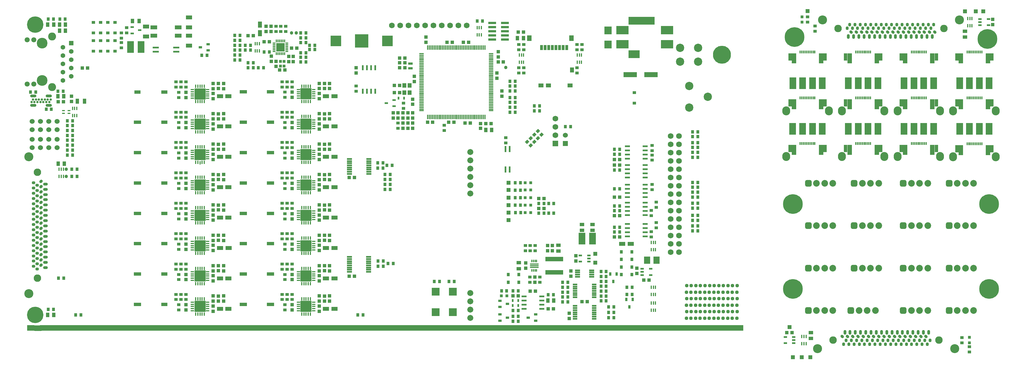
<source format=gts>
G04*
G04 #@! TF.GenerationSoftware,Altium Limited,Altium Designer,24.8.2 (39)*
G04*
G04 Layer_Color=8388736*
%FSLAX25Y25*%
%MOIN*%
G70*
G04*
G04 #@! TF.SameCoordinates,C1053C66-5238-42FC-9F49-9D65F9AD5EA5*
G04*
G04*
G04 #@! TF.FilePolarity,Negative*
G04*
G01*
G75*
%ADD30R,0.05315X0.01378*%
%ADD31R,0.01378X0.05315*%
%ADD92R,8.46333X0.07076*%
%ADD93R,0.08571X0.06977*%
%ADD94R,0.08571X0.07076*%
%ADD95R,0.03268X0.03661*%
%ADD96R,0.03465X0.01299*%
%ADD97R,0.01299X0.03465*%
%ADD98R,0.10354X0.10354*%
%ADD99R,0.07992X0.13898*%
%ADD100R,0.03661X0.04055*%
%ADD101R,0.04646X0.05630*%
%ADD102R,0.03858X0.04055*%
%ADD103R,0.04055X0.03661*%
%ADD104R,0.21772X0.05827*%
%ADD105O,0.01299X0.03465*%
%ADD106O,0.10945X0.01299*%
%ADD107R,0.06221X0.02480*%
%ADD108R,0.06024X0.01890*%
%ADD109C,0.04055*%
%ADD110R,0.09567X0.03032*%
%ADD111R,0.04449X0.02480*%
%ADD112R,0.09764X0.09370*%
%ADD113R,0.05039X0.07205*%
%ADD114R,0.05118X0.05118*%
%ADD115R,0.03858X0.05630*%
%ADD116R,0.03858X0.03858*%
%ADD117R,0.04055X0.03858*%
%ADD118R,0.04252X0.05630*%
%ADD119R,0.04370X0.03740*%
%ADD120R,0.03661X0.01693*%
%ADD121R,0.07402X0.02480*%
%ADD122R,0.08583X0.09173*%
%ADD123R,0.07992X0.04842*%
%ADD124R,0.03268X0.03268*%
%ADD125R,0.04252X0.02480*%
%ADD126R,0.04252X0.02677*%
%ADD127R,0.01693X0.03858*%
%ADD128R,0.05630X0.03071*%
%ADD129R,0.07205X0.05039*%
%ADD130R,0.07205X0.04646*%
%ADD131R,0.12618X0.12618*%
%ADD132R,0.15866X0.15866*%
%ADD133R,0.04055X0.06024*%
%ADD134R,0.04646X0.06024*%
%ADD135R,0.06024X0.04646*%
%ADD136R,0.05630X0.06811*%
%ADD137R,0.03268X0.06024*%
%ADD138R,0.04055X0.03858*%
%ADD139R,0.07992X0.13898*%
%ADD140R,0.05630X0.04252*%
%ADD141R,0.05827X0.01890*%
%ADD142R,0.16457X0.06417*%
%ADD143R,0.02480X0.03268*%
%ADD144R,0.03740X0.04370*%
%ADD145R,0.13504X0.09173*%
%ADD146R,0.15079X0.09961*%
%ADD147R,0.31221X0.09173*%
%ADD148R,0.02677X0.04252*%
%ADD149R,0.07205X0.08976*%
%ADD150R,0.04055X0.03465*%
%ADD151R,0.07205X0.04449*%
%ADD152R,0.08583X0.04449*%
%ADD153R,0.13307X0.13307*%
%ADD154O,0.04252X0.01496*%
%ADD155O,0.01496X0.04252*%
%ADD156R,0.02480X0.06417*%
%ADD157R,0.02480X0.07402*%
%ADD158R,0.03268X0.03268*%
%ADD159R,0.05118X0.05118*%
%ADD160R,0.04449X0.08780*%
%ADD161R,0.05236X0.12126*%
%ADD162R,0.01299X0.03268*%
G04:AMPARAMS|DCode=163|XSize=36.61mil|YSize=40.55mil|CornerRadius=0mil|HoleSize=0mil|Usage=FLASHONLY|Rotation=135.000|XOffset=0mil|YOffset=0mil|HoleType=Round|Shape=Rectangle|*
%AMROTATEDRECTD163*
4,1,4,0.02728,0.00139,-0.00139,-0.02728,-0.02728,-0.00139,0.00139,0.02728,0.02728,0.00139,0.0*
%
%ADD163ROTATEDRECTD163*%

%ADD164R,0.03858X0.03858*%
%ADD165R,0.03465X0.04055*%
%ADD166R,0.03858X0.04055*%
%ADD167C,0.04449*%
%ADD168C,0.12913*%
%ADD169C,0.06102*%
%ADD170C,0.09567*%
%ADD171R,0.05630X0.05630*%
%ADD172C,0.05630*%
%ADD173C,0.02874*%
%ADD174O,0.07598X0.03661*%
%ADD175C,0.19803*%
%ADD176C,0.09961*%
%ADD177C,0.21654*%
%ADD178C,0.07992*%
G04:AMPARAMS|DCode=179|XSize=79.92mil|YSize=79.92mil|CornerRadius=20.28mil|HoleSize=0mil|Usage=FLASHONLY|Rotation=0.000|XOffset=0mil|YOffset=0mil|HoleType=Round|Shape=RoundedRectangle|*
%AMROUNDEDRECTD179*
21,1,0.07992,0.03937,0,0,0.0*
21,1,0.03937,0.07992,0,0,0.0*
1,1,0.04055,0.01968,-0.01968*
1,1,0.04055,-0.01968,-0.01968*
1,1,0.04055,-0.01968,0.01968*
1,1,0.04055,0.01968,0.01968*
%
%ADD179ROUNDEDRECTD179*%
%ADD180C,0.06811*%
%ADD181C,0.06024*%
%ADD182C,0.07205*%
%ADD183R,0.06811X0.06811*%
%ADD184R,0.06024X0.06024*%
%ADD185O,0.03661X0.04449*%
G04:AMPARAMS|DCode=186|XSize=36.61mil|YSize=44.49mil|CornerRadius=0mil|HoleSize=0mil|Usage=FLASHONLY|Rotation=225.000|XOffset=0mil|YOffset=0mil|HoleType=Round|Shape=Round|*
%AMOVALD186*
21,1,0.00787,0.03661,0.00000,0.00000,315.0*
1,1,0.03661,-0.00278,0.00278*
1,1,0.03661,0.00278,-0.00278*
%
%ADD186OVALD186*%

%ADD187O,0.03661X0.05630*%
%ADD188C,0.08976*%
%ADD189C,0.10827*%
%ADD190C,0.23740*%
%ADD191O,0.05630X0.03661*%
G04:AMPARAMS|DCode=192|XSize=36.61mil|YSize=44.49mil|CornerRadius=0mil|HoleSize=0mil|Usage=FLASHONLY|Rotation=315.000|XOffset=0mil|YOffset=0mil|HoleType=Round|Shape=Round|*
%AMOVALD192*
21,1,0.00787,0.03661,0.00000,0.00000,45.0*
1,1,0.03661,-0.00278,-0.00278*
1,1,0.03661,0.00278,0.00278*
%
%ADD192OVALD192*%

%ADD193O,0.04449X0.03661*%
%ADD194O,0.09567X0.10748*%
D30*
X464783Y314961D02*
D03*
Y312992D02*
D03*
Y311024D02*
D03*
Y309055D02*
D03*
Y307087D02*
D03*
Y305118D02*
D03*
Y303150D02*
D03*
Y301181D02*
D03*
Y299213D02*
D03*
Y297244D02*
D03*
Y295276D02*
D03*
Y293307D02*
D03*
Y291339D02*
D03*
Y289370D02*
D03*
Y287402D02*
D03*
Y285433D02*
D03*
Y283465D02*
D03*
Y281496D02*
D03*
Y279528D02*
D03*
Y277559D02*
D03*
Y275591D02*
D03*
Y273622D02*
D03*
Y271654D02*
D03*
Y269685D02*
D03*
Y267717D02*
D03*
Y265748D02*
D03*
Y263779D02*
D03*
Y261811D02*
D03*
Y259842D02*
D03*
Y257874D02*
D03*
Y255906D02*
D03*
Y253937D02*
D03*
Y251969D02*
D03*
Y250000D02*
D03*
Y248031D02*
D03*
Y246063D02*
D03*
X548445D02*
D03*
Y248031D02*
D03*
Y250000D02*
D03*
Y251969D02*
D03*
Y253937D02*
D03*
Y255906D02*
D03*
Y257874D02*
D03*
Y259842D02*
D03*
Y261811D02*
D03*
Y263779D02*
D03*
Y265748D02*
D03*
Y267717D02*
D03*
Y269685D02*
D03*
Y271654D02*
D03*
Y273622D02*
D03*
Y275591D02*
D03*
Y277559D02*
D03*
Y279528D02*
D03*
Y281496D02*
D03*
Y283465D02*
D03*
Y285433D02*
D03*
Y287402D02*
D03*
Y289370D02*
D03*
Y291339D02*
D03*
Y293307D02*
D03*
Y295276D02*
D03*
Y297244D02*
D03*
Y299213D02*
D03*
Y301181D02*
D03*
Y303150D02*
D03*
Y305118D02*
D03*
Y307087D02*
D03*
Y309055D02*
D03*
Y311024D02*
D03*
Y312992D02*
D03*
Y314961D02*
D03*
D31*
X472165Y238681D02*
D03*
X474134D02*
D03*
X476102D02*
D03*
X478071D02*
D03*
X480039D02*
D03*
X482008D02*
D03*
X483976D02*
D03*
X485945D02*
D03*
X487913D02*
D03*
X489882D02*
D03*
X491850D02*
D03*
X493819D02*
D03*
X495787D02*
D03*
X497756D02*
D03*
X499724D02*
D03*
X501693D02*
D03*
X503661D02*
D03*
X505630D02*
D03*
X507598D02*
D03*
X509567D02*
D03*
X511535D02*
D03*
X513504D02*
D03*
X515472D02*
D03*
X517441D02*
D03*
X519409D02*
D03*
X521378D02*
D03*
X523346D02*
D03*
X525315D02*
D03*
X527283D02*
D03*
X529252D02*
D03*
X531220D02*
D03*
X533189D02*
D03*
X535157D02*
D03*
X537126D02*
D03*
X539094D02*
D03*
X541063D02*
D03*
Y322342D02*
D03*
X539094D02*
D03*
X537126D02*
D03*
X535157D02*
D03*
X533189D02*
D03*
X531220D02*
D03*
X529252D02*
D03*
X527283D02*
D03*
X525315D02*
D03*
X523346D02*
D03*
X521378D02*
D03*
X519409D02*
D03*
X517441D02*
D03*
X515472D02*
D03*
X513504D02*
D03*
X511535D02*
D03*
X509567D02*
D03*
X507598D02*
D03*
X505630D02*
D03*
X503661D02*
D03*
X501693D02*
D03*
X499724D02*
D03*
X497756D02*
D03*
X495787D02*
D03*
X493819D02*
D03*
X491850D02*
D03*
X489882D02*
D03*
X487913D02*
D03*
X485945D02*
D03*
X483976D02*
D03*
X482008D02*
D03*
X480039D02*
D03*
X478071D02*
D03*
X476102D02*
D03*
X474134D02*
D03*
X472165D02*
D03*
D92*
X428867Y-15939D02*
D03*
D93*
X3490Y-15989D02*
D03*
D94*
X-5081Y-15939D02*
D03*
D95*
X295079Y305512D02*
D03*
Y300000D02*
D03*
X299410Y305512D02*
D03*
Y300000D02*
D03*
D96*
X287520Y317717D02*
D03*
Y319685D02*
D03*
Y321654D02*
D03*
Y323622D02*
D03*
Y325590D02*
D03*
Y327559D02*
D03*
X302874D02*
D03*
Y325590D02*
D03*
Y323622D02*
D03*
Y321654D02*
D03*
Y319685D02*
D03*
Y317717D02*
D03*
D97*
X290276Y330315D02*
D03*
X292244D02*
D03*
X294213Y330315D02*
D03*
X296181D02*
D03*
X298150D02*
D03*
X300118D02*
D03*
Y314961D02*
D03*
X298150D02*
D03*
X296181D02*
D03*
X294213D02*
D03*
X292244D02*
D03*
X290276D02*
D03*
D98*
X295197Y322638D02*
D03*
D99*
X1001890Y279331D02*
D03*
X1013701D02*
D03*
X990079D02*
D03*
X978268D02*
D03*
X1045197D02*
D03*
X911339D02*
D03*
X946772D02*
D03*
X923150D02*
D03*
X934961D02*
D03*
X1080630D02*
D03*
X1135748D02*
D03*
X1147559D02*
D03*
X1112126D02*
D03*
X1123937D02*
D03*
X1068819Y279332D02*
D03*
X1057008Y279331D02*
D03*
X1123937Y224214D02*
D03*
X923150D02*
D03*
X1045197D02*
D03*
X1112126D02*
D03*
X1068819D02*
D03*
X934961D02*
D03*
X946772D02*
D03*
X1147559D02*
D03*
X1057008D02*
D03*
X1135748D02*
D03*
X910945D02*
D03*
X1001890D02*
D03*
X1080630D02*
D03*
X990079D02*
D03*
X1013701D02*
D03*
X978268D02*
D03*
D100*
X394488Y-197D02*
D03*
X388189D02*
D03*
X48819Y-197D02*
D03*
X55118D02*
D03*
X15669Y6496D02*
D03*
X21969D02*
D03*
X29842Y356693D02*
D03*
X36142D02*
D03*
X567244Y28937D02*
D03*
X560945D02*
D03*
X574724D02*
D03*
X581024D02*
D03*
X689685Y2953D02*
D03*
X695984D02*
D03*
X689685Y-3347D02*
D03*
X695984D02*
D03*
X797165Y128543D02*
D03*
X797165Y134449D02*
D03*
X790866Y214764D02*
D03*
X797165D02*
D03*
X574724Y-1772D02*
D03*
X581024D02*
D03*
X686929Y46260D02*
D03*
X680630D02*
D03*
X686929Y52165D02*
D03*
X680630D02*
D03*
X790866Y113976D02*
D03*
X790866Y119882D02*
D03*
X256221Y297835D02*
D03*
X262520D02*
D03*
X256221Y303740D02*
D03*
X262520D02*
D03*
X258976Y325000D02*
D03*
X252677D02*
D03*
X240079Y307283D02*
D03*
X246378D02*
D03*
X711732Y24606D02*
D03*
X718032D02*
D03*
X240079Y336811D02*
D03*
X246378D02*
D03*
X797165Y113976D02*
D03*
X797165Y119882D02*
D03*
X790866Y220669D02*
D03*
X797165Y153740D02*
D03*
X797165Y159646D02*
D03*
X790866D02*
D03*
X617638Y122441D02*
D03*
X623937D02*
D03*
X605827D02*
D03*
X612126D02*
D03*
X583779Y159252D02*
D03*
X577480D02*
D03*
X583779Y150197D02*
D03*
X577480D02*
D03*
X605827Y134252D02*
D03*
X612126D02*
D03*
X617638D02*
D03*
X623937D02*
D03*
X577480Y141339D02*
D03*
X583779D02*
D03*
X577480Y132283D02*
D03*
X583779D02*
D03*
X577874Y123228D02*
D03*
X584173D02*
D03*
X427087Y169095D02*
D03*
X420787D02*
D03*
X427087Y151378D02*
D03*
X420787D02*
D03*
X427087Y157283D02*
D03*
X420787D02*
D03*
X427087Y163189D02*
D03*
X420787D02*
D03*
X606614Y251772D02*
D03*
X600315D02*
D03*
X606614Y245866D02*
D03*
X600315D02*
D03*
X412126Y176969D02*
D03*
X418425D02*
D03*
X423150Y180118D02*
D03*
X429449D02*
D03*
X412126Y183268D02*
D03*
X418425D02*
D03*
X538110Y354134D02*
D03*
X531811D02*
D03*
X325905Y334055D02*
D03*
X319606D02*
D03*
X336535Y319882D02*
D03*
X330236D02*
D03*
X325905Y315945D02*
D03*
X319606D02*
D03*
X686929Y40354D02*
D03*
X680630D02*
D03*
X571181Y281693D02*
D03*
X577480D02*
D03*
X797165Y141929D02*
D03*
X790866D02*
D03*
X577480Y269882D02*
D03*
X571181D02*
D03*
X246378Y330906D02*
D03*
X240079D02*
D03*
X246378Y325000D02*
D03*
X240079D02*
D03*
X797165Y101378D02*
D03*
X790866D02*
D03*
X418819Y58465D02*
D03*
X412520D02*
D03*
X797165Y207677D02*
D03*
X790866D02*
D03*
X430630Y62008D02*
D03*
X424331D02*
D03*
X34567Y44291D02*
D03*
X28268D02*
D03*
X790866Y128543D02*
D03*
X797165Y201772D02*
D03*
X790866D02*
D03*
X797165Y195866D02*
D03*
X790866D02*
D03*
X644016Y226969D02*
D03*
X637716D02*
D03*
X797165Y107283D02*
D03*
X790866D02*
D03*
X33779Y269488D02*
D03*
X27480D02*
D03*
X790866Y134449D02*
D03*
X797165Y220669D02*
D03*
X790866Y153740D02*
D03*
X797165Y189961D02*
D03*
X790866D02*
D03*
X252677Y319094D02*
D03*
X258976D02*
D03*
X797165Y147835D02*
D03*
X790866D02*
D03*
X418819Y64961D02*
D03*
X412520D02*
D03*
X246378Y313189D02*
D03*
X240079D02*
D03*
X246378Y319094D02*
D03*
X240079D02*
D03*
X281811Y316732D02*
D03*
X275512D02*
D03*
X709Y268701D02*
D03*
X-5591D02*
D03*
X19606Y247835D02*
D03*
X13307D02*
D03*
X640866Y33268D02*
D03*
X634567D02*
D03*
X640866Y15551D02*
D03*
X634567D02*
D03*
X581024Y-7677D02*
D03*
X574724D02*
D03*
X581024Y5315D02*
D03*
X574724D02*
D03*
X686929Y22638D02*
D03*
X680630D02*
D03*
X686929Y16732D02*
D03*
X680630D02*
D03*
X640866Y21457D02*
D03*
X634567D02*
D03*
X640866Y39173D02*
D03*
X634567D02*
D03*
X686929Y34449D02*
D03*
X680630D02*
D03*
X623543Y24213D02*
D03*
X617244D02*
D03*
X686929Y28543D02*
D03*
X680630D02*
D03*
X640866Y27362D02*
D03*
X634567D02*
D03*
X718032Y33268D02*
D03*
X711732D02*
D03*
X695984Y9646D02*
D03*
X689685D02*
D03*
X206614Y312795D02*
D03*
X200315D02*
D03*
X325905Y339961D02*
D03*
X319606D02*
D03*
X319606Y304823D02*
D03*
X325905D02*
D03*
X577480Y244291D02*
D03*
X571181D02*
D03*
X577480Y250197D02*
D03*
X571181D02*
D03*
X325905Y328150D02*
D03*
X319606D02*
D03*
X274724Y297835D02*
D03*
X268425D02*
D03*
X50315Y166732D02*
D03*
X44016D02*
D03*
X45197Y198622D02*
D03*
X38898D02*
D03*
X325905Y310433D02*
D03*
X319606D02*
D03*
X336535Y325000D02*
D03*
X330236D02*
D03*
X45197Y204528D02*
D03*
X38898D02*
D03*
X45197Y234055D02*
D03*
X38898D02*
D03*
X45197Y216339D02*
D03*
X38898D02*
D03*
X45197Y210433D02*
D03*
X38898D02*
D03*
X45197Y222244D02*
D03*
X38898D02*
D03*
X45197Y228150D02*
D03*
X38898D02*
D03*
X45197Y192717D02*
D03*
X38898D02*
D03*
X703071Y105709D02*
D03*
X696772D02*
D03*
X703071Y99803D02*
D03*
X696772D02*
D03*
X21969Y356693D02*
D03*
X15669D02*
D03*
X703071Y125394D02*
D03*
X696772D02*
D03*
X703071Y174606D02*
D03*
X696772D02*
D03*
X703071Y193504D02*
D03*
X696772D02*
D03*
X703071Y131299D02*
D03*
X696772D02*
D03*
X703071Y199409D02*
D03*
X696772D02*
D03*
X703209Y151909D02*
D03*
X696909D02*
D03*
X486437Y40256D02*
D03*
X480138D02*
D03*
X577480Y262008D02*
D03*
X571181D02*
D03*
X577480Y256102D02*
D03*
X571181D02*
D03*
X50315Y175394D02*
D03*
X44016D02*
D03*
D101*
X444016Y276575D02*
D03*
Y267913D02*
D03*
X450315D02*
D03*
Y276575D02*
D03*
D102*
X438504Y267913D02*
D03*
X432205D02*
D03*
X732205Y41929D02*
D03*
X738504D02*
D03*
X574724Y23031D02*
D03*
X581024D02*
D03*
X256221Y336417D02*
D03*
X262520D02*
D03*
X904252Y-21457D02*
D03*
X910551D02*
D03*
X438504Y276575D02*
D03*
X432205D02*
D03*
X300315Y295079D02*
D03*
X294016D02*
D03*
X612126Y128347D02*
D03*
X605827D02*
D03*
X612126Y140354D02*
D03*
X605827D02*
D03*
X384173Y46654D02*
D03*
X377874D02*
D03*
X664094Y15945D02*
D03*
X657795D02*
D03*
X623543Y7283D02*
D03*
X617244D02*
D03*
X63209Y297441D02*
D03*
X56909D02*
D03*
X595590Y28543D02*
D03*
X601890D02*
D03*
X444803Y303740D02*
D03*
X438504D02*
D03*
X471969Y232087D02*
D03*
X478268D02*
D03*
X444803Y297835D02*
D03*
X438504D02*
D03*
X587323Y340748D02*
D03*
X581024D02*
D03*
X703071Y119488D02*
D03*
X696772D02*
D03*
X703071Y141929D02*
D03*
X696772D02*
D03*
X703071Y180512D02*
D03*
X696772D02*
D03*
X703071Y187205D02*
D03*
X696772D02*
D03*
X314784Y321654D02*
D03*
X308484D02*
D03*
X438504Y309646D02*
D03*
X444803D02*
D03*
X548347Y230512D02*
D03*
X542047D02*
D03*
X517244Y231299D02*
D03*
X523543D02*
D03*
X275413Y329331D02*
D03*
X281713D02*
D03*
X703071Y93898D02*
D03*
X696772D02*
D03*
X521575Y328543D02*
D03*
X515276D02*
D03*
X501890D02*
D03*
X495590D02*
D03*
X497559Y232087D02*
D03*
X503858D02*
D03*
X384173Y165551D02*
D03*
X377874D02*
D03*
D103*
X601496Y77363D02*
D03*
Y83662D02*
D03*
X436535Y225000D02*
D03*
Y231299D02*
D03*
X181417Y164862D02*
D03*
Y171161D02*
D03*
X172756Y152264D02*
D03*
Y158563D02*
D03*
X742047Y157283D02*
D03*
Y150984D02*
D03*
Y186417D02*
D03*
Y192717D02*
D03*
X103858Y321850D02*
D03*
Y328150D02*
D03*
X651890Y297835D02*
D03*
Y291535D02*
D03*
X747165Y136024D02*
D03*
Y129724D02*
D03*
Y104921D02*
D03*
Y111221D02*
D03*
X741260Y93898D02*
D03*
Y100197D02*
D03*
Y119488D02*
D03*
Y125787D02*
D03*
X1123937Y-38386D02*
D03*
Y-44685D02*
D03*
X1114782Y-33660D02*
D03*
Y-27361D02*
D03*
X938209Y341929D02*
D03*
Y348228D02*
D03*
X929053Y359253D02*
D03*
Y352954D02*
D03*
X566063Y213583D02*
D03*
Y207283D02*
D03*
X581811Y297835D02*
D03*
Y291535D02*
D03*
X587716D02*
D03*
Y297835D02*
D03*
X651890Y325787D02*
D03*
Y319488D02*
D03*
X657795Y325787D02*
D03*
Y319488D02*
D03*
X587716Y325787D02*
D03*
Y319488D02*
D03*
X581811Y325787D02*
D03*
Y319488D02*
D03*
X386142Y275787D02*
D03*
Y269488D02*
D03*
X181417Y244390D02*
D03*
Y238090D02*
D03*
Y207776D02*
D03*
Y201476D02*
D03*
X303071Y281004D02*
D03*
Y274705D02*
D03*
X308976Y244390D02*
D03*
Y238091D02*
D03*
X172756Y195177D02*
D03*
Y188878D02*
D03*
X303071Y207776D02*
D03*
Y201476D02*
D03*
X300315Y231791D02*
D03*
Y225492D02*
D03*
X172756Y231791D02*
D03*
Y225492D02*
D03*
X181417Y24705D02*
D03*
Y18406D02*
D03*
Y280906D02*
D03*
Y274606D02*
D03*
X308976Y171161D02*
D03*
Y164862D02*
D03*
X303071Y171161D02*
D03*
Y164862D02*
D03*
X308976Y281004D02*
D03*
Y274705D02*
D03*
X172756Y268307D02*
D03*
Y262008D02*
D03*
X300315Y195177D02*
D03*
Y188878D02*
D03*
X172756Y12106D02*
D03*
Y5807D02*
D03*
X303071Y244390D02*
D03*
Y238091D02*
D03*
X175512Y207776D02*
D03*
Y201476D02*
D03*
X300315Y158563D02*
D03*
Y152264D02*
D03*
X595591Y83662D02*
D03*
Y77363D02*
D03*
X175512Y280906D02*
D03*
Y274606D02*
D03*
X175512Y244390D02*
D03*
Y238090D02*
D03*
X443228Y255315D02*
D03*
Y249016D02*
D03*
X300315Y268406D02*
D03*
Y262106D02*
D03*
X308976Y207776D02*
D03*
Y201476D02*
D03*
X295590Y347835D02*
D03*
Y341535D02*
D03*
X589685Y83661D02*
D03*
Y77362D02*
D03*
X742047Y204134D02*
D03*
Y197835D02*
D03*
X175512Y61319D02*
D03*
Y55020D02*
D03*
X181417Y61319D02*
D03*
Y55020D02*
D03*
X172756Y48720D02*
D03*
Y42421D02*
D03*
X175512Y97933D02*
D03*
Y91634D02*
D03*
X181417Y97933D02*
D03*
Y91634D02*
D03*
X172756Y85335D02*
D03*
Y79035D02*
D03*
X175512Y134547D02*
D03*
Y128248D02*
D03*
X607008Y45473D02*
D03*
Y39173D02*
D03*
X595197Y45472D02*
D03*
Y39173D02*
D03*
X175512Y171161D02*
D03*
Y164862D02*
D03*
X110157Y346261D02*
D03*
Y339962D02*
D03*
X303071Y134547D02*
D03*
Y128248D02*
D03*
X300315Y121949D02*
D03*
Y115650D02*
D03*
X308976Y134547D02*
D03*
Y128248D02*
D03*
Y97933D02*
D03*
Y91634D02*
D03*
X300315Y85335D02*
D03*
Y79035D02*
D03*
X303071Y97933D02*
D03*
Y91634D02*
D03*
X172756Y121949D02*
D03*
Y115650D02*
D03*
X181417Y134547D02*
D03*
Y128248D02*
D03*
X301496Y347835D02*
D03*
Y341535D02*
D03*
X492047Y228543D02*
D03*
Y222244D02*
D03*
X175512Y24705D02*
D03*
Y18406D02*
D03*
X300315Y48720D02*
D03*
Y42421D02*
D03*
X308976Y61319D02*
D03*
Y55020D02*
D03*
Y24705D02*
D03*
Y18406D02*
D03*
X300315Y12106D02*
D03*
Y5807D02*
D03*
X303071Y24705D02*
D03*
Y18406D02*
D03*
Y61319D02*
D03*
Y55020D02*
D03*
X289685Y347835D02*
D03*
Y341535D02*
D03*
D104*
X624331Y67126D02*
D03*
Y51378D02*
D03*
D105*
X603268Y64961D02*
D03*
X601299D02*
D03*
X603268Y53544D02*
D03*
X601299D02*
D03*
X599331Y64961D02*
D03*
X597362D02*
D03*
X599331Y53544D02*
D03*
X597362D02*
D03*
D106*
X600315Y61221D02*
D03*
Y57284D02*
D03*
Y59252D02*
D03*
D107*
X712520Y94665D02*
D03*
Y99665D02*
D03*
Y109665D02*
D03*
Y104665D02*
D03*
X733779Y99665D02*
D03*
Y94665D02*
D03*
Y109665D02*
D03*
Y104665D02*
D03*
Y130256D02*
D03*
Y135256D02*
D03*
Y120256D02*
D03*
Y125256D02*
D03*
X712520Y130256D02*
D03*
Y135256D02*
D03*
Y125256D02*
D03*
Y120256D02*
D03*
X733779Y151909D02*
D03*
Y156909D02*
D03*
Y141909D02*
D03*
Y146909D02*
D03*
X712520Y141909D02*
D03*
Y151909D02*
D03*
Y156909D02*
D03*
Y146909D02*
D03*
X733779Y180532D02*
D03*
Y170531D02*
D03*
Y175531D02*
D03*
Y165532D02*
D03*
X712520Y170531D02*
D03*
Y180532D02*
D03*
Y175531D02*
D03*
Y165532D02*
D03*
X733779Y198366D02*
D03*
Y203366D02*
D03*
Y188366D02*
D03*
Y193366D02*
D03*
X712520Y198366D02*
D03*
Y203366D02*
D03*
Y193366D02*
D03*
Y188366D02*
D03*
X609370Y7264D02*
D03*
Y12264D02*
D03*
Y17264D02*
D03*
Y22264D02*
D03*
X588110Y7264D02*
D03*
Y12264D02*
D03*
Y17264D02*
D03*
Y22264D02*
D03*
D108*
X401201Y51870D02*
D03*
Y54429D02*
D03*
Y56988D02*
D03*
Y59547D02*
D03*
Y62106D02*
D03*
Y64665D02*
D03*
Y67224D02*
D03*
Y69784D02*
D03*
X377972D02*
D03*
Y67224D02*
D03*
Y64665D02*
D03*
Y62106D02*
D03*
Y59547D02*
D03*
Y56988D02*
D03*
Y54429D02*
D03*
Y51870D02*
D03*
X652283Y48524D02*
D03*
Y45965D02*
D03*
Y53642D02*
D03*
Y51083D02*
D03*
X669606Y45965D02*
D03*
Y53642D02*
D03*
Y48524D02*
D03*
Y51083D02*
D03*
X378071Y169980D02*
D03*
Y172539D02*
D03*
Y175098D02*
D03*
Y177657D02*
D03*
Y180217D02*
D03*
Y182776D02*
D03*
Y185335D02*
D03*
Y187894D02*
D03*
X401299D02*
D03*
Y185335D02*
D03*
Y182776D02*
D03*
Y180217D02*
D03*
Y177657D02*
D03*
Y175098D02*
D03*
Y172539D02*
D03*
Y169980D02*
D03*
D109*
X566063Y298228D02*
D03*
X37323Y175394D02*
D03*
Y166732D02*
D03*
X314094Y339961D02*
D03*
X308583D02*
D03*
D110*
X549724Y331929D02*
D03*
Y336929D02*
D03*
Y341929D02*
D03*
Y346929D02*
D03*
Y351929D02*
D03*
X565079Y331929D02*
D03*
Y336929D02*
D03*
Y341929D02*
D03*
Y346929D02*
D03*
Y351929D02*
D03*
D111*
X655827Y64173D02*
D03*
Y71653D02*
D03*
X666063Y64173D02*
D03*
Y71653D02*
D03*
Y67913D02*
D03*
X730236Y51772D02*
D03*
Y48031D02*
D03*
Y55512D02*
D03*
X740472Y48031D02*
D03*
Y55512D02*
D03*
X902283Y-34252D02*
D03*
Y-26772D02*
D03*
X912520D02*
D03*
Y-30512D02*
D03*
Y-34252D02*
D03*
X1146770Y356694D02*
D03*
Y349214D02*
D03*
X1136534D02*
D03*
Y352954D02*
D03*
Y356694D02*
D03*
D112*
X502283Y3347D02*
D03*
Y27756D02*
D03*
X481811D02*
D03*
Y3347D02*
D03*
D113*
X270394Y339567D02*
D03*
Y349803D02*
D03*
D114*
X673937Y62795D02*
D03*
X569606Y114173D02*
D03*
X673937Y73425D02*
D03*
X569606Y132283D02*
D03*
Y150394D02*
D03*
D115*
X117244Y354134D02*
D03*
X125118D02*
D03*
D116*
X535748Y224803D02*
D03*
Y230709D02*
D03*
X220394Y163091D02*
D03*
Y168996D02*
D03*
Y132382D02*
D03*
Y126476D02*
D03*
Y205610D02*
D03*
Y199705D02*
D03*
X347953Y205610D02*
D03*
Y199705D02*
D03*
X220394Y242224D02*
D03*
Y236319D02*
D03*
X347953Y242224D02*
D03*
Y236319D02*
D03*
X220394Y278740D02*
D03*
Y272835D02*
D03*
Y22539D02*
D03*
Y16634D02*
D03*
X347953Y132382D02*
D03*
Y126476D02*
D03*
Y59153D02*
D03*
Y53248D02*
D03*
X347953Y168996D02*
D03*
Y163091D02*
D03*
X347953Y22539D02*
D03*
Y16634D02*
D03*
Y278839D02*
D03*
Y272933D02*
D03*
Y95768D02*
D03*
Y89862D02*
D03*
X220394Y95768D02*
D03*
Y89862D02*
D03*
X220394Y59153D02*
D03*
Y53248D02*
D03*
D117*
X310551Y305315D02*
D03*
Y311614D02*
D03*
X1151890Y356102D02*
D03*
Y349803D02*
D03*
X642441Y-4528D02*
D03*
Y1772D02*
D03*
X723937Y56102D02*
D03*
Y49803D02*
D03*
X454252Y225000D02*
D03*
Y231299D02*
D03*
Y237205D02*
D03*
Y243504D02*
D03*
X448347Y225000D02*
D03*
Y231299D02*
D03*
Y237205D02*
D03*
Y243504D02*
D03*
X430630D02*
D03*
Y237205D02*
D03*
X436535Y243504D02*
D03*
Y237205D02*
D03*
X289685Y299409D02*
D03*
Y305709D02*
D03*
X386142Y291535D02*
D03*
Y297835D02*
D03*
X277874Y347835D02*
D03*
Y341535D02*
D03*
X181417Y85335D02*
D03*
Y79035D02*
D03*
X181417Y48720D02*
D03*
Y42421D02*
D03*
Y121949D02*
D03*
Y115650D02*
D03*
X284173Y312008D02*
D03*
Y305709D02*
D03*
X214094Y95965D02*
D03*
Y89665D02*
D03*
Y83760D02*
D03*
Y77461D02*
D03*
X214094Y47146D02*
D03*
Y40846D02*
D03*
Y59350D02*
D03*
Y53051D02*
D03*
X181417Y195177D02*
D03*
Y188878D02*
D03*
X214094Y193602D02*
D03*
Y187303D02*
D03*
X308976Y195177D02*
D03*
Y188878D02*
D03*
X341653Y95965D02*
D03*
Y89665D02*
D03*
Y193602D02*
D03*
Y187303D02*
D03*
Y120374D02*
D03*
Y114075D02*
D03*
Y132579D02*
D03*
Y126279D02*
D03*
X214094Y132579D02*
D03*
Y126279D02*
D03*
X341653Y83760D02*
D03*
Y77461D02*
D03*
X308976Y121949D02*
D03*
Y115650D02*
D03*
X341653Y156988D02*
D03*
Y150689D02*
D03*
X308976Y158563D02*
D03*
Y152264D02*
D03*
X308976Y85335D02*
D03*
Y79035D02*
D03*
X214094Y120374D02*
D03*
Y114075D02*
D03*
X590079Y62402D02*
D03*
Y56103D02*
D03*
X622231Y83661D02*
D03*
Y77362D02*
D03*
X616325Y83661D02*
D03*
Y77362D02*
D03*
X601103Y45473D02*
D03*
Y39173D02*
D03*
X214094Y156988D02*
D03*
Y150689D02*
D03*
Y169193D02*
D03*
Y162894D02*
D03*
X181417Y158563D02*
D03*
Y152264D02*
D03*
X470098Y334941D02*
D03*
Y328642D02*
D03*
X181417Y231791D02*
D03*
Y225492D02*
D03*
X308976Y231791D02*
D03*
Y225492D02*
D03*
X341653Y205807D02*
D03*
Y199508D02*
D03*
Y279035D02*
D03*
Y272736D02*
D03*
X308976Y268406D02*
D03*
Y262106D02*
D03*
X214094Y205807D02*
D03*
Y199508D02*
D03*
Y242421D02*
D03*
Y236122D02*
D03*
X181417Y268307D02*
D03*
Y262008D02*
D03*
X214094Y278937D02*
D03*
Y272638D02*
D03*
X341653Y242421D02*
D03*
Y236122D02*
D03*
X341653Y266831D02*
D03*
Y260531D02*
D03*
X214094Y266732D02*
D03*
Y260433D02*
D03*
X341653Y169193D02*
D03*
Y162894D02*
D03*
Y230217D02*
D03*
Y223917D02*
D03*
X214094Y230217D02*
D03*
Y223917D02*
D03*
X456220Y287598D02*
D03*
Y281299D02*
D03*
X650315Y71063D02*
D03*
Y64764D02*
D03*
X305039Y311614D02*
D03*
Y305315D02*
D03*
X341653Y47146D02*
D03*
Y40846D02*
D03*
X644409Y52953D02*
D03*
Y46654D02*
D03*
X561339Y269882D02*
D03*
Y263583D02*
D03*
X308976Y48720D02*
D03*
Y42421D02*
D03*
X341653Y10531D02*
D03*
Y4232D02*
D03*
X555433Y291535D02*
D03*
Y285236D02*
D03*
X214094Y22736D02*
D03*
Y16437D02*
D03*
X181417Y12106D02*
D03*
Y5807D02*
D03*
X341653Y22736D02*
D03*
Y16437D02*
D03*
Y59350D02*
D03*
Y53051D02*
D03*
X214094Y10531D02*
D03*
Y4232D02*
D03*
X308976Y12106D02*
D03*
Y5807D02*
D03*
X557008Y317126D02*
D03*
Y310827D02*
D03*
X454252Y260039D02*
D03*
Y253740D02*
D03*
X43622Y263583D02*
D03*
Y257283D02*
D03*
D118*
X36535Y342520D02*
D03*
X29449D02*
D03*
X22362Y-197D02*
D03*
X15276D02*
D03*
X549134Y223031D02*
D03*
X542047D02*
D03*
X34961Y182087D02*
D03*
X27874D02*
D03*
X623937Y17126D02*
D03*
X616850D02*
D03*
X587323Y333661D02*
D03*
X580236D02*
D03*
X29449Y350000D02*
D03*
X36535D02*
D03*
X15276D02*
D03*
X22362D02*
D03*
X34567Y263583D02*
D03*
X27480D02*
D03*
D119*
X87323Y317915D02*
D03*
Y330513D02*
D03*
X95984D02*
D03*
Y317915D02*
D03*
X78661Y330513D02*
D03*
Y317915D02*
D03*
X70000D02*
D03*
Y330513D02*
D03*
X70000Y339961D02*
D03*
Y352559D02*
D03*
X95984Y339962D02*
D03*
Y352560D02*
D03*
X87323Y339962D02*
D03*
Y352560D02*
D03*
X78661Y339962D02*
D03*
Y352560D02*
D03*
X720787Y255315D02*
D03*
Y267913D02*
D03*
D120*
X40669Y242913D02*
D03*
Y246063D02*
D03*
X33976D02*
D03*
Y242913D02*
D03*
D121*
X169803Y322382D02*
D03*
Y317382D02*
D03*
X145000Y322382D02*
D03*
Y317382D02*
D03*
D122*
X689193Y342913D02*
D03*
Y325984D02*
D03*
D123*
X172165Y336537D02*
D03*
X142638D02*
D03*
X172165Y346537D02*
D03*
X142638D02*
D03*
D124*
X567343Y23031D02*
D03*
X560847D02*
D03*
X596083Y132283D02*
D03*
X589587D02*
D03*
Y123228D02*
D03*
X596083D02*
D03*
Y159252D02*
D03*
X589587D02*
D03*
Y150394D02*
D03*
X596083D02*
D03*
X589587Y141339D02*
D03*
X596083D02*
D03*
D125*
X125709Y343112D02*
D03*
X116654Y346852D02*
D03*
Y339372D02*
D03*
X431614Y251575D02*
D03*
Y259055D02*
D03*
X422559Y255315D02*
D03*
D126*
X207992Y318898D02*
D03*
Y326378D02*
D03*
X198937Y322638D02*
D03*
X593130Y-3347D02*
D03*
X602185Y394D02*
D03*
Y-7087D02*
D03*
X568228Y-3347D02*
D03*
X559173Y-7087D02*
D03*
Y394D02*
D03*
Y16929D02*
D03*
Y9449D02*
D03*
X568228Y13189D02*
D03*
D127*
X28858Y166732D02*
D03*
X31417D02*
D03*
X28858Y175394D02*
D03*
X31417D02*
D03*
X33976Y166732D02*
D03*
Y175394D02*
D03*
X264685Y318307D02*
D03*
X267244D02*
D03*
X269803D02*
D03*
X267244Y326969D02*
D03*
X269803D02*
D03*
X264685D02*
D03*
X922165Y-34843D02*
D03*
X924724D02*
D03*
X927283D02*
D03*
Y-26181D02*
D03*
X924724D02*
D03*
X922165D02*
D03*
X652087Y304528D02*
D03*
X654646D02*
D03*
X657205D02*
D03*
Y313189D02*
D03*
X654646D02*
D03*
X652087D02*
D03*
X1126888Y348623D02*
D03*
X1124329D02*
D03*
X1121770D02*
D03*
Y357285D02*
D03*
X1124329D02*
D03*
X1126888D02*
D03*
X50118Y248819D02*
D03*
X47559Y248819D02*
D03*
X45000Y248819D02*
D03*
X50118Y240158D02*
D03*
X47559Y240158D02*
D03*
X45000Y240158D02*
D03*
X587520Y304528D02*
D03*
X584961D02*
D03*
X582402D02*
D03*
Y313189D02*
D03*
X584961D02*
D03*
X587520D02*
D03*
X746181Y14370D02*
D03*
Y5709D02*
D03*
X743622Y14370D02*
D03*
X741063D02*
D03*
X743622Y5709D02*
D03*
X741063D02*
D03*
X746181Y33268D02*
D03*
X743622D02*
D03*
X741063D02*
D03*
X746181Y24606D02*
D03*
X743622D02*
D03*
X741063D02*
D03*
X746181Y87205D02*
D03*
Y78543D02*
D03*
X743622Y87205D02*
D03*
X741063D02*
D03*
X743622Y78543D02*
D03*
X741063D02*
D03*
X536732Y346260D02*
D03*
X534173D02*
D03*
X531614D02*
D03*
X536732Y337598D02*
D03*
X534173D02*
D03*
X531614D02*
D03*
D128*
X451496Y297342D02*
D03*
Y303051D02*
D03*
D129*
X706220Y85630D02*
D03*
X716457D02*
D03*
X232598Y153839D02*
D03*
X222362D02*
D03*
X232598Y263583D02*
D03*
X222362D02*
D03*
X222402Y80610D02*
D03*
X232638D02*
D03*
X222362Y43996D02*
D03*
X232598D02*
D03*
X222362Y190453D02*
D03*
X232598D02*
D03*
X349921Y117224D02*
D03*
X360157D02*
D03*
X349921Y80610D02*
D03*
X360157D02*
D03*
X349921Y153839D02*
D03*
X360157D02*
D03*
X222362Y117224D02*
D03*
X232598D02*
D03*
X222362Y227067D02*
D03*
X232598D02*
D03*
X349921Y190453D02*
D03*
X360157D02*
D03*
X349921Y227067D02*
D03*
X360157D02*
D03*
X349921Y263681D02*
D03*
X360157D02*
D03*
X222362Y7382D02*
D03*
X232598D02*
D03*
X349921Y43996D02*
D03*
X360157D02*
D03*
X349921Y7382D02*
D03*
X360157D02*
D03*
D130*
X133386Y335631D02*
D03*
Y347442D02*
D03*
X184961Y324608D02*
D03*
Y336419D02*
D03*
X184961Y358465D02*
D03*
Y346654D02*
D03*
D131*
X423829Y330118D02*
D03*
X361841D02*
D03*
D132*
X392835D02*
D03*
D133*
X50807Y257677D02*
D03*
X59469D02*
D03*
D134*
X645689Y295276D02*
D03*
D135*
X643425Y276673D02*
D03*
X617441D02*
D03*
X608386D02*
D03*
D136*
X645197Y333661D02*
D03*
X594410D02*
D03*
D137*
X639488Y322244D02*
D03*
X635157D02*
D03*
X630827D02*
D03*
X626496D02*
D03*
X622165D02*
D03*
X617835D02*
D03*
X613504D02*
D03*
X609173D02*
D03*
D138*
X442441Y243504D02*
D03*
Y237205D02*
D03*
X226693Y169193D02*
D03*
Y162894D02*
D03*
X442441Y225000D02*
D03*
Y231299D02*
D03*
X354252Y279035D02*
D03*
Y272736D02*
D03*
X283780Y347835D02*
D03*
Y341535D02*
D03*
X226693Y278937D02*
D03*
Y272638D02*
D03*
X226693Y242421D02*
D03*
Y236122D02*
D03*
X226693Y16437D02*
D03*
Y22736D02*
D03*
X354252Y16437D02*
D03*
Y22736D02*
D03*
X226693Y53051D02*
D03*
Y59350D02*
D03*
X354252Y53051D02*
D03*
Y59350D02*
D03*
X226693Y89665D02*
D03*
Y95965D02*
D03*
X354252Y89665D02*
D03*
Y95965D02*
D03*
X226693Y126279D02*
D03*
Y132579D02*
D03*
X354252Y126279D02*
D03*
Y132579D02*
D03*
X354252Y162894D02*
D03*
Y169193D02*
D03*
X226693Y199508D02*
D03*
Y205807D02*
D03*
X354252Y199508D02*
D03*
Y205807D02*
D03*
X354252Y236122D02*
D03*
Y242421D02*
D03*
D139*
X670394Y91929D02*
D03*
X657795D02*
D03*
X114882Y323033D02*
D03*
X127480D02*
D03*
D140*
X657795Y108858D02*
D03*
Y101772D02*
D03*
X932992Y-28543D02*
D03*
Y-21457D02*
D03*
X1118425Y341929D02*
D03*
Y334842D02*
D03*
X670394Y108858D02*
D03*
Y101772D02*
D03*
X629449Y76968D02*
D03*
Y84055D02*
D03*
X581811Y55709D02*
D03*
Y62796D02*
D03*
D141*
X649528Y21260D02*
D03*
Y31496D02*
D03*
Y28937D02*
D03*
Y36614D02*
D03*
Y34055D02*
D03*
Y26378D02*
D03*
Y23819D02*
D03*
X672362Y21260D02*
D03*
Y36614D02*
D03*
Y26378D02*
D03*
Y23819D02*
D03*
Y34055D02*
D03*
Y28937D02*
D03*
Y31496D02*
D03*
Y5610D02*
D03*
Y3051D02*
D03*
Y8169D02*
D03*
Y-2067D02*
D03*
Y492D02*
D03*
Y10728D02*
D03*
Y-4626D02*
D03*
X649528Y-2067D02*
D03*
Y492D02*
D03*
Y8169D02*
D03*
Y10728D02*
D03*
Y3051D02*
D03*
Y5610D02*
D03*
Y-4626D02*
D03*
D142*
X740669Y289567D02*
D03*
X715866D02*
D03*
D143*
X581220Y11220D02*
D03*
X574528D02*
D03*
Y17126D02*
D03*
X581220D02*
D03*
X437126Y261221D02*
D03*
X443819D02*
D03*
D144*
X717638Y48622D02*
D03*
X705039D02*
D03*
X717638Y66732D02*
D03*
X705039D02*
D03*
Y57677D02*
D03*
X717638D02*
D03*
X705039Y75787D02*
D03*
X717638D02*
D03*
X581811Y39173D02*
D03*
X569213D02*
D03*
Y48622D02*
D03*
X581811D02*
D03*
D145*
X720492Y314370D02*
D03*
D146*
X706319Y326181D02*
D03*
Y343111D02*
D03*
X760256Y326181D02*
D03*
Y343111D02*
D03*
D147*
X729351Y354528D02*
D03*
D148*
X714882Y9449D02*
D03*
X711142Y18504D02*
D03*
X718622D02*
D03*
X699331Y49213D02*
D03*
X691850D02*
D03*
X695590Y40157D02*
D03*
D149*
X735945Y65945D02*
D03*
X747362D02*
D03*
D150*
X169606Y164862D02*
D03*
Y171161D02*
D03*
X297165D02*
D03*
Y164862D02*
D03*
X169606Y244390D02*
D03*
Y238090D02*
D03*
X297165Y207776D02*
D03*
Y201476D02*
D03*
X169606Y207776D02*
D03*
Y201476D02*
D03*
X297165Y281004D02*
D03*
Y274705D02*
D03*
X297165Y244390D02*
D03*
Y238091D02*
D03*
X169606Y280906D02*
D03*
Y274606D02*
D03*
X169606Y61319D02*
D03*
Y55020D02*
D03*
X169606Y97933D02*
D03*
Y91634D02*
D03*
X297165Y97933D02*
D03*
Y91634D02*
D03*
X169606Y134547D02*
D03*
Y128248D02*
D03*
X297165Y134547D02*
D03*
Y128248D02*
D03*
X169606Y24705D02*
D03*
Y18406D02*
D03*
X297165Y24705D02*
D03*
Y18406D02*
D03*
Y61319D02*
D03*
Y55020D02*
D03*
X103858Y339962D02*
D03*
Y333663D02*
D03*
D151*
X155433Y158957D02*
D03*
X155433Y268701D02*
D03*
X122953D02*
D03*
X155433Y232185D02*
D03*
Y195571D02*
D03*
Y122342D02*
D03*
Y85728D02*
D03*
Y49114D02*
D03*
Y12500D02*
D03*
D152*
X122953Y158957D02*
D03*
X250512Y268799D02*
D03*
X282992D02*
D03*
X122953Y232185D02*
D03*
X250512Y232185D02*
D03*
X282992D02*
D03*
X250512Y195571D02*
D03*
X282992D02*
D03*
X122953D02*
D03*
X250512Y158957D02*
D03*
X282992D02*
D03*
X250512Y122342D02*
D03*
X282992D02*
D03*
X122953D02*
D03*
X250512Y85728D02*
D03*
X282992D02*
D03*
X122953Y85728D02*
D03*
X250512Y49114D02*
D03*
X282992D02*
D03*
X122953D02*
D03*
X250512Y12500D02*
D03*
X282992D02*
D03*
X122953D02*
D03*
D153*
X325905Y266437D02*
D03*
Y193209D02*
D03*
X198346Y266339D02*
D03*
X198346Y229823D02*
D03*
X198346Y10138D02*
D03*
X325905Y46752D02*
D03*
X198346D02*
D03*
X325905Y10138D02*
D03*
X198346Y83366D02*
D03*
X325905Y229823D02*
D03*
Y156595D02*
D03*
X325905Y119980D02*
D03*
X198346Y156595D02*
D03*
Y193209D02*
D03*
Y119980D02*
D03*
X325905Y83366D02*
D03*
D154*
X335157Y271555D02*
D03*
Y268996D02*
D03*
Y266437D02*
D03*
Y263878D02*
D03*
Y261319D02*
D03*
X316653D02*
D03*
Y263878D02*
D03*
Y266437D02*
D03*
Y268996D02*
D03*
Y271555D02*
D03*
X335157Y198327D02*
D03*
Y195768D02*
D03*
Y193209D02*
D03*
Y190650D02*
D03*
Y188091D02*
D03*
X316653D02*
D03*
Y190650D02*
D03*
Y193209D02*
D03*
Y195768D02*
D03*
Y198327D02*
D03*
X207598Y266339D02*
D03*
Y271457D02*
D03*
Y268898D02*
D03*
Y261221D02*
D03*
Y263779D02*
D03*
X189094Y268898D02*
D03*
Y266339D02*
D03*
Y271457D02*
D03*
Y263779D02*
D03*
Y261221D02*
D03*
X207598Y229823D02*
D03*
Y234941D02*
D03*
Y232382D02*
D03*
Y224705D02*
D03*
Y227264D02*
D03*
X189094Y232382D02*
D03*
Y229823D02*
D03*
Y234941D02*
D03*
Y227264D02*
D03*
Y224705D02*
D03*
X189094Y15256D02*
D03*
Y12697D02*
D03*
Y10138D02*
D03*
Y7579D02*
D03*
Y5020D02*
D03*
X207598D02*
D03*
Y7579D02*
D03*
Y10138D02*
D03*
Y12697D02*
D03*
Y15256D02*
D03*
X316653Y51870D02*
D03*
Y49311D02*
D03*
Y46752D02*
D03*
Y44193D02*
D03*
Y41634D02*
D03*
X335157D02*
D03*
Y44193D02*
D03*
Y46752D02*
D03*
Y49311D02*
D03*
Y51870D02*
D03*
X189094D02*
D03*
Y49311D02*
D03*
Y46752D02*
D03*
Y44193D02*
D03*
Y41634D02*
D03*
X207598D02*
D03*
Y44193D02*
D03*
Y46752D02*
D03*
Y49311D02*
D03*
Y51870D02*
D03*
X316653Y15256D02*
D03*
Y12697D02*
D03*
Y10138D02*
D03*
Y7579D02*
D03*
Y5020D02*
D03*
X335157D02*
D03*
Y7579D02*
D03*
Y10138D02*
D03*
Y12697D02*
D03*
Y15256D02*
D03*
X189094Y88484D02*
D03*
Y85925D02*
D03*
Y83366D02*
D03*
Y80807D02*
D03*
Y78248D02*
D03*
X207598D02*
D03*
Y80807D02*
D03*
Y83366D02*
D03*
Y85925D02*
D03*
Y88484D02*
D03*
X316653Y234941D02*
D03*
Y232382D02*
D03*
Y229823D02*
D03*
Y227264D02*
D03*
Y224705D02*
D03*
X335157D02*
D03*
Y227264D02*
D03*
Y229823D02*
D03*
Y232382D02*
D03*
Y234941D02*
D03*
X316653Y161713D02*
D03*
Y159153D02*
D03*
Y156595D02*
D03*
Y154035D02*
D03*
Y151476D02*
D03*
X335157D02*
D03*
Y154035D02*
D03*
Y156595D02*
D03*
Y159153D02*
D03*
Y161713D02*
D03*
X316653Y125098D02*
D03*
Y122539D02*
D03*
Y119980D02*
D03*
Y117421D02*
D03*
Y114862D02*
D03*
X335157D02*
D03*
Y117421D02*
D03*
Y119980D02*
D03*
Y122539D02*
D03*
Y125098D02*
D03*
X189094Y161713D02*
D03*
Y159153D02*
D03*
Y156595D02*
D03*
Y154035D02*
D03*
Y151476D02*
D03*
X207598D02*
D03*
Y154035D02*
D03*
Y156595D02*
D03*
Y159153D02*
D03*
Y161713D02*
D03*
X189094Y198327D02*
D03*
Y195768D02*
D03*
Y193209D02*
D03*
Y190650D02*
D03*
Y188091D02*
D03*
X207598D02*
D03*
Y190650D02*
D03*
Y193209D02*
D03*
Y195768D02*
D03*
Y198327D02*
D03*
X189094Y125098D02*
D03*
Y122539D02*
D03*
Y119980D02*
D03*
Y117421D02*
D03*
Y114862D02*
D03*
X207598D02*
D03*
Y117421D02*
D03*
Y119980D02*
D03*
Y122539D02*
D03*
Y125098D02*
D03*
X316653Y88484D02*
D03*
Y85925D02*
D03*
Y83366D02*
D03*
Y80807D02*
D03*
Y78248D02*
D03*
X335157D02*
D03*
Y80807D02*
D03*
Y83366D02*
D03*
Y85925D02*
D03*
Y88484D02*
D03*
D155*
X331024Y257185D02*
D03*
X328465D02*
D03*
X325905D02*
D03*
X323346D02*
D03*
X320787D02*
D03*
Y275689D02*
D03*
X323346D02*
D03*
X325905D02*
D03*
X328465D02*
D03*
X331024D02*
D03*
Y183957D02*
D03*
X328465D02*
D03*
X325905D02*
D03*
X323346D02*
D03*
X320787D02*
D03*
Y202461D02*
D03*
X323346D02*
D03*
X325905D02*
D03*
X328465D02*
D03*
X331024D02*
D03*
X203465Y275591D02*
D03*
Y257087D02*
D03*
X200905D02*
D03*
X198346Y275591D02*
D03*
X200905D02*
D03*
X195787D02*
D03*
X193228D02*
D03*
Y257087D02*
D03*
X195787D02*
D03*
X198346D02*
D03*
X203465Y239075D02*
D03*
Y220571D02*
D03*
X200905D02*
D03*
X198346Y239075D02*
D03*
X200905D02*
D03*
X195787D02*
D03*
X193228D02*
D03*
Y220571D02*
D03*
X195787D02*
D03*
X198346D02*
D03*
X203465Y19390D02*
D03*
X200905D02*
D03*
X198346D02*
D03*
X195787D02*
D03*
X193228D02*
D03*
Y886D02*
D03*
X195787D02*
D03*
X198346D02*
D03*
X200905D02*
D03*
X203465D02*
D03*
X331024Y56004D02*
D03*
X328465D02*
D03*
X325905D02*
D03*
X323346D02*
D03*
X320787D02*
D03*
Y37500D02*
D03*
X323346D02*
D03*
X325905D02*
D03*
X328465D02*
D03*
X331024D02*
D03*
X203465Y56004D02*
D03*
X200905D02*
D03*
X198346D02*
D03*
X195787D02*
D03*
X193228D02*
D03*
Y37500D02*
D03*
X195787D02*
D03*
X198346D02*
D03*
X200905D02*
D03*
X203465D02*
D03*
X331024Y19390D02*
D03*
X328465D02*
D03*
X325905D02*
D03*
X323346D02*
D03*
X320787D02*
D03*
Y886D02*
D03*
X323346D02*
D03*
X325905D02*
D03*
X328465D02*
D03*
X331024D02*
D03*
X203465Y92618D02*
D03*
X200905D02*
D03*
X198346D02*
D03*
X195787D02*
D03*
X193228D02*
D03*
Y74114D02*
D03*
X195787D02*
D03*
X198346D02*
D03*
X200905D02*
D03*
X203465D02*
D03*
X331024Y239075D02*
D03*
X328465D02*
D03*
X325905D02*
D03*
X323346D02*
D03*
X320787D02*
D03*
Y220571D02*
D03*
X323346D02*
D03*
X325905D02*
D03*
X328465D02*
D03*
X331024D02*
D03*
Y165847D02*
D03*
X328465D02*
D03*
X325905D02*
D03*
X323346D02*
D03*
X320787D02*
D03*
Y147343D02*
D03*
X323346D02*
D03*
X325905D02*
D03*
X328465D02*
D03*
X331024D02*
D03*
X331024Y129232D02*
D03*
X328465D02*
D03*
X325905D02*
D03*
X323346D02*
D03*
X320787D02*
D03*
Y110728D02*
D03*
X323346D02*
D03*
X325905D02*
D03*
X328465D02*
D03*
X331024D02*
D03*
X203465Y165847D02*
D03*
X200905D02*
D03*
X198346D02*
D03*
X195787D02*
D03*
X193228D02*
D03*
Y147343D02*
D03*
X195787D02*
D03*
X198346D02*
D03*
X200905D02*
D03*
X203465D02*
D03*
Y202461D02*
D03*
X200905D02*
D03*
X198346D02*
D03*
X195787D02*
D03*
X193228D02*
D03*
Y183957D02*
D03*
X195787D02*
D03*
X198346Y183169D02*
D03*
X200905Y183957D02*
D03*
X203465D02*
D03*
Y129232D02*
D03*
X200905D02*
D03*
X198346D02*
D03*
X195787D02*
D03*
X193228D02*
D03*
Y110728D02*
D03*
X195787D02*
D03*
X198346D02*
D03*
X200905D02*
D03*
X203465D02*
D03*
X331024Y92618D02*
D03*
X328465D02*
D03*
X325905D02*
D03*
X323346D02*
D03*
X320787D02*
D03*
Y74114D02*
D03*
X323346D02*
D03*
X325905D02*
D03*
X328465D02*
D03*
X331024D02*
D03*
D156*
X398996Y297835D02*
D03*
X408996D02*
D03*
X403996D02*
D03*
X393996D02*
D03*
Y269488D02*
D03*
X403996D02*
D03*
X398996D02*
D03*
X408996D02*
D03*
D157*
X565925Y200000D02*
D03*
X570925D02*
D03*
Y175197D02*
D03*
X565925D02*
D03*
D158*
X1123937Y-27264D02*
D03*
Y-33760D02*
D03*
X922362Y359350D02*
D03*
Y352854D02*
D03*
D159*
X907402Y-14764D02*
D03*
X932598Y-50984D02*
D03*
X921943D02*
D03*
X911339D02*
D03*
X1118425Y365945D02*
D03*
X1131441D02*
D03*
X1140472D02*
D03*
X929055Y366339D02*
D03*
X569606Y123228D02*
D03*
Y141339D02*
D03*
Y159252D02*
D03*
D160*
X1150906Y255709D02*
D03*
X1108780D02*
D03*
X907991D02*
D03*
X950117D02*
D03*
X1108780Y200297D02*
D03*
X1150906D02*
D03*
X1041851Y200590D02*
D03*
X1083977D02*
D03*
X974922D02*
D03*
X1017048D02*
D03*
X907992D02*
D03*
X950119D02*
D03*
X907992Y310828D02*
D03*
X950118D02*
D03*
X1083975Y310828D02*
D03*
X1041849D02*
D03*
X1150904D02*
D03*
X1108778D02*
D03*
X1017045D02*
D03*
X974919D02*
D03*
X1017046Y255709D02*
D03*
X974920D02*
D03*
X1083975D02*
D03*
X1041849D02*
D03*
D161*
X1146181Y254035D02*
D03*
X1113504D02*
D03*
X912715D02*
D03*
X945392D02*
D03*
X1113504Y198624D02*
D03*
X1146181D02*
D03*
X1046575Y198917D02*
D03*
X1079252D02*
D03*
X979646D02*
D03*
X1012323D02*
D03*
X912717D02*
D03*
X945394D02*
D03*
X912717Y309155D02*
D03*
X945394D02*
D03*
X1079251Y309155D02*
D03*
X1046573D02*
D03*
X1146180D02*
D03*
X1113502D02*
D03*
X1012321D02*
D03*
X979644D02*
D03*
X1012321Y254035D02*
D03*
X979644D02*
D03*
X1079251D02*
D03*
X1046573D02*
D03*
D162*
X1120984Y261614D02*
D03*
X1122953D02*
D03*
X1124921D02*
D03*
X1126890D02*
D03*
X1128898D02*
D03*
X1130827D02*
D03*
X1132795D02*
D03*
X1134764D02*
D03*
X1136732D02*
D03*
X1138701D02*
D03*
X937912D02*
D03*
X935943D02*
D03*
X933975D02*
D03*
X932006D02*
D03*
X930038D02*
D03*
X928109D02*
D03*
X926101D02*
D03*
X924132D02*
D03*
X922164D02*
D03*
X920195D02*
D03*
X1138701Y206202D02*
D03*
X1136733D02*
D03*
X1134764D02*
D03*
X1132796D02*
D03*
X1130827D02*
D03*
X1128898D02*
D03*
X1126890D02*
D03*
X1124922D02*
D03*
X1122953D02*
D03*
X1120985D02*
D03*
X1071772Y206496D02*
D03*
X1069804D02*
D03*
X1067835D02*
D03*
X1065866D02*
D03*
X1063898D02*
D03*
X1061969D02*
D03*
X1059961D02*
D03*
X1057992D02*
D03*
X1056024D02*
D03*
X1054055D02*
D03*
X1004843D02*
D03*
X1002874D02*
D03*
X1000906D02*
D03*
X998937D02*
D03*
X996969D02*
D03*
X995040D02*
D03*
X993032D02*
D03*
X991063D02*
D03*
X989095D02*
D03*
X987126D02*
D03*
X937914D02*
D03*
X935945D02*
D03*
X933977D02*
D03*
X932008D02*
D03*
X930040D02*
D03*
X928111D02*
D03*
X926103D02*
D03*
X924134D02*
D03*
X922166D02*
D03*
X920197D02*
D03*
X937914Y316734D02*
D03*
X935945D02*
D03*
X933977D02*
D03*
X932008D02*
D03*
X930040D02*
D03*
X928111D02*
D03*
X926103D02*
D03*
X924134D02*
D03*
X922166D02*
D03*
X920197D02*
D03*
X1054054Y316734D02*
D03*
X1056022D02*
D03*
X1057991D02*
D03*
X1059959D02*
D03*
X1061967D02*
D03*
X1063896D02*
D03*
X1065865D02*
D03*
X1067833D02*
D03*
X1069802D02*
D03*
X1071770D02*
D03*
X1120983D02*
D03*
X1122951D02*
D03*
X1124920D02*
D03*
X1126888D02*
D03*
X1128896D02*
D03*
X1130825D02*
D03*
X1132794D02*
D03*
X1134762D02*
D03*
X1136731D02*
D03*
X1138699D02*
D03*
X987124D02*
D03*
X989093D02*
D03*
X991061D02*
D03*
X993030D02*
D03*
X995037D02*
D03*
X996967D02*
D03*
X998935D02*
D03*
X1000904D02*
D03*
X1002872D02*
D03*
X1004841D02*
D03*
X987125Y261614D02*
D03*
X989093D02*
D03*
X991061D02*
D03*
X993030D02*
D03*
X995038D02*
D03*
X996967D02*
D03*
X998936D02*
D03*
X1000904D02*
D03*
X1002872D02*
D03*
X1004841D02*
D03*
X1054054D02*
D03*
X1056022D02*
D03*
X1057991D02*
D03*
X1059959D02*
D03*
X1061967D02*
D03*
X1063896D02*
D03*
X1065865D02*
D03*
X1067833D02*
D03*
X1069802D02*
D03*
X1071770D02*
D03*
D163*
X596243Y204269D02*
D03*
X591789Y208723D02*
D03*
X604904Y212930D02*
D03*
X600450Y217385D02*
D03*
X600574Y208600D02*
D03*
X596119Y213054D02*
D03*
X609235Y217261D02*
D03*
X604781Y221715D02*
D03*
D164*
X563110Y304921D02*
D03*
X557205D02*
D03*
D165*
X577480Y275787D02*
D03*
X571181D02*
D03*
X504153Y40256D02*
D03*
X497854D02*
D03*
D166*
X27874Y256890D02*
D03*
X34173D02*
D03*
D167*
X843971Y-4134D02*
D03*
X844365Y3740D02*
D03*
X843971Y11614D02*
D03*
X844365Y19488D02*
D03*
X843971Y27362D02*
D03*
X844365Y35236D02*
D03*
X838459Y-4134D02*
D03*
X838853Y3740D02*
D03*
X838459Y11614D02*
D03*
X838853Y19488D02*
D03*
X838459Y27362D02*
D03*
X838853Y35236D02*
D03*
X832947Y-4134D02*
D03*
X833341Y3740D02*
D03*
X832947Y11614D02*
D03*
X833341Y19488D02*
D03*
X832947Y27362D02*
D03*
X833341Y35236D02*
D03*
X827435Y-4134D02*
D03*
X827829Y3740D02*
D03*
X827435Y11614D02*
D03*
X827829Y19488D02*
D03*
X827435Y27362D02*
D03*
X827829Y35236D02*
D03*
X821924Y-4134D02*
D03*
X822317Y3740D02*
D03*
X821924Y11614D02*
D03*
X822317Y19488D02*
D03*
X821924Y27362D02*
D03*
X822317Y35236D02*
D03*
X816412Y-4134D02*
D03*
X816806Y3740D02*
D03*
X816412Y11614D02*
D03*
X816806Y19488D02*
D03*
X816412Y27362D02*
D03*
X816806Y35236D02*
D03*
X810900Y-4134D02*
D03*
X811294Y3740D02*
D03*
X810900Y11614D02*
D03*
X811294Y19488D02*
D03*
X810900Y27362D02*
D03*
X811294Y35236D02*
D03*
X805388Y-4134D02*
D03*
X805782Y3740D02*
D03*
X805388Y11614D02*
D03*
X805782Y19488D02*
D03*
X805388Y27362D02*
D03*
X805782Y35236D02*
D03*
X799876Y-4134D02*
D03*
X800270Y3740D02*
D03*
X799876Y11614D02*
D03*
X800270Y19488D02*
D03*
X799876Y27362D02*
D03*
X800270Y35236D02*
D03*
X794365Y-4134D02*
D03*
X794758Y3740D02*
D03*
X794365Y11614D02*
D03*
X794758Y19488D02*
D03*
X794365Y27362D02*
D03*
X794758Y35236D02*
D03*
X788853Y-4134D02*
D03*
X789247Y3740D02*
D03*
X788853Y11614D02*
D03*
X789247Y19488D02*
D03*
X788853Y27362D02*
D03*
X789247Y35236D02*
D03*
X783341Y-4134D02*
D03*
X783735Y3740D02*
D03*
X783341Y11614D02*
D03*
X783735Y19488D02*
D03*
X783341Y27362D02*
D03*
X783735Y35236D02*
D03*
D168*
X8583Y327421D02*
D03*
Y282421D02*
D03*
D169*
X-1457Y331693D02*
D03*
X-9449Y278150D02*
D03*
Y331693D02*
D03*
X-1457Y278150D02*
D03*
D170*
X20591Y274429D02*
D03*
Y335413D02*
D03*
D171*
X43583Y327421D02*
D03*
D172*
Y317421D02*
D03*
Y307421D02*
D03*
Y297421D02*
D03*
Y287421D02*
D03*
X33583Y322421D02*
D03*
Y312421D02*
D03*
Y302421D02*
D03*
Y292421D02*
D03*
Y282421D02*
D03*
D173*
X-4291Y256575D02*
D03*
X-2520Y259646D02*
D03*
X16969Y256575D02*
D03*
X18740Y259646D02*
D03*
X2795Y256575D02*
D03*
X-748D02*
D03*
X6339D02*
D03*
X1024Y259646D02*
D03*
X4567D02*
D03*
X9882Y256575D02*
D03*
X13425D02*
D03*
X8111Y259646D02*
D03*
X11654D02*
D03*
X15197D02*
D03*
D174*
X-2323Y252480D02*
D03*
Y263740D02*
D03*
X16575Y252480D02*
D03*
Y263740D02*
D03*
D175*
X0Y0D02*
D03*
Y350000D02*
D03*
D176*
X775673Y321790D02*
D03*
X797326Y305255D02*
D03*
Y321790D02*
D03*
X775673Y305255D02*
D03*
X786929Y275787D02*
D03*
Y249803D02*
D03*
X808976Y262795D02*
D03*
D177*
X826066Y313522D02*
D03*
D178*
X1128858Y107480D02*
D03*
X1109173D02*
D03*
X1119016D02*
D03*
X1128858Y158661D02*
D03*
X1109173D02*
D03*
X1119016D02*
D03*
X1128858Y56299D02*
D03*
X1109173D02*
D03*
X1119016D02*
D03*
Y5118D02*
D03*
X1109173D02*
D03*
X1128858D02*
D03*
X1073740Y158661D02*
D03*
X1054055D02*
D03*
X1063898D02*
D03*
Y107480D02*
D03*
X1054055D02*
D03*
X1073740D02*
D03*
Y56299D02*
D03*
X1054055D02*
D03*
X1063898D02*
D03*
Y5118D02*
D03*
X1054055D02*
D03*
X1073740D02*
D03*
X1014685Y158661D02*
D03*
X995000D02*
D03*
X1004842D02*
D03*
Y107480D02*
D03*
X995000D02*
D03*
X1014685D02*
D03*
Y56299D02*
D03*
X995000D02*
D03*
X1004842D02*
D03*
X1000906Y5118D02*
D03*
X991063D02*
D03*
X1010748D02*
D03*
X959567Y158661D02*
D03*
X939882D02*
D03*
X949724D02*
D03*
Y107480D02*
D03*
X939882D02*
D03*
X959567D02*
D03*
Y56299D02*
D03*
X939882D02*
D03*
X949724D02*
D03*
Y5118D02*
D03*
X939882D02*
D03*
X959567D02*
D03*
D179*
X1099331Y107480D02*
D03*
Y158661D02*
D03*
Y56299D02*
D03*
Y5118D02*
D03*
X1044213Y158661D02*
D03*
Y107480D02*
D03*
Y56299D02*
D03*
Y5118D02*
D03*
X985157Y158661D02*
D03*
Y107480D02*
D03*
Y56299D02*
D03*
X981221Y5118D02*
D03*
X930039Y158661D02*
D03*
Y107480D02*
D03*
Y56299D02*
D03*
Y5118D02*
D03*
D180*
X519055Y349016D02*
D03*
X509055D02*
D03*
X499055D02*
D03*
X489055D02*
D03*
X469056D02*
D03*
X459056D02*
D03*
X449056D02*
D03*
X439057D02*
D03*
X429057D02*
D03*
X764607Y115474D02*
D03*
Y105474D02*
D03*
X774607D02*
D03*
Y95474D02*
D03*
Y85474D02*
D03*
X764607D02*
D03*
X774607Y75474D02*
D03*
X764607D02*
D03*
Y165474D02*
D03*
X774607D02*
D03*
Y155474D02*
D03*
X764607Y145474D02*
D03*
X774607Y135474D02*
D03*
X764607D02*
D03*
X774607Y125474D02*
D03*
Y215474D02*
D03*
X764607Y205474D02*
D03*
X774607Y195474D02*
D03*
X764607D02*
D03*
X774607Y185474D02*
D03*
X764607Y175474D02*
D03*
X625906Y216496D02*
D03*
Y226496D02*
D03*
X479055Y349016D02*
D03*
X774607Y115474D02*
D03*
X764607Y95474D02*
D03*
Y155474D02*
D03*
X774607Y145474D02*
D03*
X764607Y125474D02*
D03*
Y215474D02*
D03*
X774607Y205474D02*
D03*
X764607Y185474D02*
D03*
X774607Y175474D02*
D03*
X625906Y236496D02*
D03*
D181*
X-3661Y233150D02*
D03*
X6339D02*
D03*
X16339D02*
D03*
X26339D02*
D03*
X637716Y216496D02*
D03*
X26339Y211496D02*
D03*
X16339D02*
D03*
X6339D02*
D03*
X-3661D02*
D03*
Y223150D02*
D03*
X6339D02*
D03*
X16339D02*
D03*
X26339D02*
D03*
Y201496D02*
D03*
X16339D02*
D03*
X6339D02*
D03*
X-3661D02*
D03*
D182*
X523543Y16236D02*
D03*
Y6236D02*
D03*
Y146284D02*
D03*
Y156284D02*
D03*
Y166284D02*
D03*
Y176284D02*
D03*
Y186284D02*
D03*
Y196284D02*
D03*
Y26236D02*
D03*
Y-3764D02*
D03*
D183*
X625906Y206496D02*
D03*
D184*
X637716D02*
D03*
D185*
X979823Y350000D02*
D03*
X986122D02*
D03*
X992421D02*
D03*
X998720D02*
D03*
X1005020D02*
D03*
X1011319D02*
D03*
X1017618D02*
D03*
X1023917D02*
D03*
X1030217D02*
D03*
X1036516D02*
D03*
X1042815D02*
D03*
X1049114D02*
D03*
X1055413D02*
D03*
X1061713D02*
D03*
X1068012D02*
D03*
X1074311D02*
D03*
X1080610D02*
D03*
X976673Y345472D02*
D03*
X982972D02*
D03*
X989272D02*
D03*
X995571D02*
D03*
X1001870D02*
D03*
X1008169D02*
D03*
X1014468D02*
D03*
X1020768D02*
D03*
X1027067D02*
D03*
X1033366D02*
D03*
X1039665D02*
D03*
X1045965D02*
D03*
X1052264D02*
D03*
X1058563D02*
D03*
X1064862D02*
D03*
X1071161D02*
D03*
X1077461D02*
D03*
X1073168Y-35432D02*
D03*
X1066868D02*
D03*
X1060569D02*
D03*
X1054270D02*
D03*
X1047971D02*
D03*
X1041672D02*
D03*
X1035372D02*
D03*
X1029073D02*
D03*
X1022774D02*
D03*
X1016475D02*
D03*
X1010176D02*
D03*
X1003876D02*
D03*
X997577D02*
D03*
X991278D02*
D03*
X984979D02*
D03*
X978679D02*
D03*
X972380D02*
D03*
X1076317Y-30904D02*
D03*
X1070018D02*
D03*
X1063719D02*
D03*
X1057420D02*
D03*
X1051120D02*
D03*
X1044821D02*
D03*
X1038522D02*
D03*
X1032223D02*
D03*
X1025924D02*
D03*
X1019624D02*
D03*
X1013325D02*
D03*
X1007026D02*
D03*
X1000727D02*
D03*
X994427D02*
D03*
X988128D02*
D03*
X981829D02*
D03*
X975530D02*
D03*
D186*
X1012894Y340748D02*
D03*
X1019193D02*
D03*
X1025492D02*
D03*
X1031791D02*
D03*
X1038091D02*
D03*
X981398D02*
D03*
X987697D02*
D03*
X993996D02*
D03*
X1000295D02*
D03*
X1006594D02*
D03*
X1044390D02*
D03*
X1050689D02*
D03*
X1056988D02*
D03*
X1063287D02*
D03*
X1069587D02*
D03*
X1075886D02*
D03*
X1082185D02*
D03*
X1040097Y-26180D02*
D03*
X1033798D02*
D03*
X1027498D02*
D03*
X1021199D02*
D03*
X1014900D02*
D03*
X1071593D02*
D03*
X1065294D02*
D03*
X1058994D02*
D03*
X1052695D02*
D03*
X1046396D02*
D03*
X1008601D02*
D03*
X1002302D02*
D03*
X996002D02*
D03*
X989703D02*
D03*
X983404D02*
D03*
X977105D02*
D03*
X970805D02*
D03*
D187*
X1009744Y335630D02*
D03*
X1016043D02*
D03*
X1022342D02*
D03*
X1028642D02*
D03*
X1034941D02*
D03*
X984547D02*
D03*
X990846D02*
D03*
X997146D02*
D03*
X1003445D02*
D03*
X1041240D02*
D03*
X1047539D02*
D03*
X1053839D02*
D03*
X1060138D02*
D03*
X1066437D02*
D03*
X1072736D02*
D03*
X1079035D02*
D03*
X1043246Y-21061D02*
D03*
X1036947D02*
D03*
X1030648D02*
D03*
X1024349D02*
D03*
X1018050D02*
D03*
X1068443D02*
D03*
X1062144D02*
D03*
X1055845D02*
D03*
X1049546D02*
D03*
X1011750D02*
D03*
X1005451D02*
D03*
X999152D02*
D03*
X992853D02*
D03*
X986553D02*
D03*
X980254D02*
D03*
X973955D02*
D03*
X978248Y335630D02*
D03*
X1074743Y-21061D02*
D03*
D188*
X965768Y345079D02*
D03*
X1093130Y345079D02*
D03*
X1087223Y-30510D02*
D03*
X959861Y-30510D02*
D03*
X2874Y171752D02*
D03*
X2874Y44390D02*
D03*
D189*
X946968Y355433D02*
D03*
X1111929D02*
D03*
X1106022Y-40865D02*
D03*
X941061D02*
D03*
X-7480Y190551D02*
D03*
Y25591D02*
D03*
D190*
X1147559Y31299D02*
D03*
X911337Y133661D02*
D03*
X1145591Y332480D02*
D03*
X913307Y334842D02*
D03*
X911337Y31299D02*
D03*
X1147559Y133661D02*
D03*
D191*
X12323Y157658D02*
D03*
Y151358D02*
D03*
Y145059D02*
D03*
Y138760D02*
D03*
Y132461D02*
D03*
Y126161D02*
D03*
Y119862D02*
D03*
Y82067D02*
D03*
Y75768D02*
D03*
Y69468D02*
D03*
Y63169D02*
D03*
Y113563D02*
D03*
Y107264D02*
D03*
Y100964D02*
D03*
Y94665D02*
D03*
Y88366D02*
D03*
Y56870D02*
D03*
D192*
X7205Y160807D02*
D03*
Y154508D02*
D03*
Y148209D02*
D03*
Y141910D02*
D03*
Y135610D02*
D03*
Y129311D02*
D03*
Y123012D02*
D03*
Y85216D02*
D03*
Y78917D02*
D03*
Y72618D02*
D03*
Y66319D02*
D03*
Y60020D02*
D03*
Y116713D02*
D03*
Y110413D02*
D03*
Y104114D02*
D03*
Y97815D02*
D03*
Y91516D02*
D03*
D193*
X2480Y156083D02*
D03*
Y149784D02*
D03*
Y143484D02*
D03*
Y137185D02*
D03*
Y130886D02*
D03*
Y124587D02*
D03*
Y118287D02*
D03*
Y111988D02*
D03*
Y105689D02*
D03*
Y99390D02*
D03*
Y93090D02*
D03*
Y86791D02*
D03*
Y80492D02*
D03*
Y74193D02*
D03*
Y67894D02*
D03*
Y61594D02*
D03*
Y55295D02*
D03*
X-2047Y159232D02*
D03*
Y152933D02*
D03*
Y146634D02*
D03*
Y140335D02*
D03*
Y134036D02*
D03*
Y127736D02*
D03*
Y121437D02*
D03*
Y115138D02*
D03*
Y108839D02*
D03*
Y102539D02*
D03*
Y96240D02*
D03*
Y89941D02*
D03*
Y83642D02*
D03*
Y77342D02*
D03*
Y71043D02*
D03*
Y64744D02*
D03*
Y58445D02*
D03*
D194*
X1155433Y245866D02*
D03*
Y190453D02*
D03*
X1088504Y190748D02*
D03*
Y245866D02*
D03*
X1021575Y190748D02*
D03*
Y245866D02*
D03*
X954646D02*
D03*
X903465Y190748D02*
D03*
X970394D02*
D03*
X1037323D02*
D03*
X1104252Y190453D02*
D03*
Y245866D02*
D03*
X1037323D02*
D03*
X970394D02*
D03*
X903465D02*
D03*
M02*

</source>
